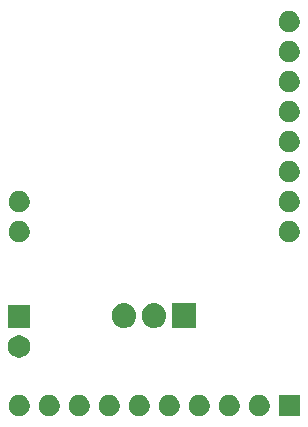
<source format=gbr>
G04 #@! TF.GenerationSoftware,KiCad,Pcbnew,5.1.5+dfsg1-2build2*
G04 #@! TF.CreationDate,2021-04-05T13:49:58+02:00*
G04 #@! TF.ProjectId,transistor_board,7472616e-7369-4737-946f-725f626f6172,rev?*
G04 #@! TF.SameCoordinates,Original*
G04 #@! TF.FileFunction,Soldermask,Top*
G04 #@! TF.FilePolarity,Negative*
%FSLAX46Y46*%
G04 Gerber Fmt 4.6, Leading zero omitted, Abs format (unit mm)*
G04 Created by KiCad (PCBNEW 5.1.5+dfsg1-2build2) date 2021-04-05 13:49:58*
%MOMM*%
%LPD*%
G04 APERTURE LIST*
%ADD10C,0.100000*%
G04 APERTURE END LIST*
D10*
G36*
X138061000Y-134886000D02*
G01*
X136259000Y-134886000D01*
X136259000Y-133084000D01*
X138061000Y-133084000D01*
X138061000Y-134886000D01*
G37*
G36*
X132193512Y-133088927D02*
G01*
X132342812Y-133118624D01*
X132506784Y-133186544D01*
X132654354Y-133285147D01*
X132779853Y-133410646D01*
X132878456Y-133558216D01*
X132946376Y-133722188D01*
X132981000Y-133896259D01*
X132981000Y-134073741D01*
X132946376Y-134247812D01*
X132878456Y-134411784D01*
X132779853Y-134559354D01*
X132654354Y-134684853D01*
X132506784Y-134783456D01*
X132342812Y-134851376D01*
X132193512Y-134881073D01*
X132168742Y-134886000D01*
X131991258Y-134886000D01*
X131966488Y-134881073D01*
X131817188Y-134851376D01*
X131653216Y-134783456D01*
X131505646Y-134684853D01*
X131380147Y-134559354D01*
X131281544Y-134411784D01*
X131213624Y-134247812D01*
X131179000Y-134073741D01*
X131179000Y-133896259D01*
X131213624Y-133722188D01*
X131281544Y-133558216D01*
X131380147Y-133410646D01*
X131505646Y-133285147D01*
X131653216Y-133186544D01*
X131817188Y-133118624D01*
X131966488Y-133088927D01*
X131991258Y-133084000D01*
X132168742Y-133084000D01*
X132193512Y-133088927D01*
G37*
G36*
X129653512Y-133088927D02*
G01*
X129802812Y-133118624D01*
X129966784Y-133186544D01*
X130114354Y-133285147D01*
X130239853Y-133410646D01*
X130338456Y-133558216D01*
X130406376Y-133722188D01*
X130441000Y-133896259D01*
X130441000Y-134073741D01*
X130406376Y-134247812D01*
X130338456Y-134411784D01*
X130239853Y-134559354D01*
X130114354Y-134684853D01*
X129966784Y-134783456D01*
X129802812Y-134851376D01*
X129653512Y-134881073D01*
X129628742Y-134886000D01*
X129451258Y-134886000D01*
X129426488Y-134881073D01*
X129277188Y-134851376D01*
X129113216Y-134783456D01*
X128965646Y-134684853D01*
X128840147Y-134559354D01*
X128741544Y-134411784D01*
X128673624Y-134247812D01*
X128639000Y-134073741D01*
X128639000Y-133896259D01*
X128673624Y-133722188D01*
X128741544Y-133558216D01*
X128840147Y-133410646D01*
X128965646Y-133285147D01*
X129113216Y-133186544D01*
X129277188Y-133118624D01*
X129426488Y-133088927D01*
X129451258Y-133084000D01*
X129628742Y-133084000D01*
X129653512Y-133088927D01*
G37*
G36*
X127113512Y-133088927D02*
G01*
X127262812Y-133118624D01*
X127426784Y-133186544D01*
X127574354Y-133285147D01*
X127699853Y-133410646D01*
X127798456Y-133558216D01*
X127866376Y-133722188D01*
X127901000Y-133896259D01*
X127901000Y-134073741D01*
X127866376Y-134247812D01*
X127798456Y-134411784D01*
X127699853Y-134559354D01*
X127574354Y-134684853D01*
X127426784Y-134783456D01*
X127262812Y-134851376D01*
X127113512Y-134881073D01*
X127088742Y-134886000D01*
X126911258Y-134886000D01*
X126886488Y-134881073D01*
X126737188Y-134851376D01*
X126573216Y-134783456D01*
X126425646Y-134684853D01*
X126300147Y-134559354D01*
X126201544Y-134411784D01*
X126133624Y-134247812D01*
X126099000Y-134073741D01*
X126099000Y-133896259D01*
X126133624Y-133722188D01*
X126201544Y-133558216D01*
X126300147Y-133410646D01*
X126425646Y-133285147D01*
X126573216Y-133186544D01*
X126737188Y-133118624D01*
X126886488Y-133088927D01*
X126911258Y-133084000D01*
X127088742Y-133084000D01*
X127113512Y-133088927D01*
G37*
G36*
X124573512Y-133088927D02*
G01*
X124722812Y-133118624D01*
X124886784Y-133186544D01*
X125034354Y-133285147D01*
X125159853Y-133410646D01*
X125258456Y-133558216D01*
X125326376Y-133722188D01*
X125361000Y-133896259D01*
X125361000Y-134073741D01*
X125326376Y-134247812D01*
X125258456Y-134411784D01*
X125159853Y-134559354D01*
X125034354Y-134684853D01*
X124886784Y-134783456D01*
X124722812Y-134851376D01*
X124573512Y-134881073D01*
X124548742Y-134886000D01*
X124371258Y-134886000D01*
X124346488Y-134881073D01*
X124197188Y-134851376D01*
X124033216Y-134783456D01*
X123885646Y-134684853D01*
X123760147Y-134559354D01*
X123661544Y-134411784D01*
X123593624Y-134247812D01*
X123559000Y-134073741D01*
X123559000Y-133896259D01*
X123593624Y-133722188D01*
X123661544Y-133558216D01*
X123760147Y-133410646D01*
X123885646Y-133285147D01*
X124033216Y-133186544D01*
X124197188Y-133118624D01*
X124346488Y-133088927D01*
X124371258Y-133084000D01*
X124548742Y-133084000D01*
X124573512Y-133088927D01*
G37*
G36*
X122033512Y-133088927D02*
G01*
X122182812Y-133118624D01*
X122346784Y-133186544D01*
X122494354Y-133285147D01*
X122619853Y-133410646D01*
X122718456Y-133558216D01*
X122786376Y-133722188D01*
X122821000Y-133896259D01*
X122821000Y-134073741D01*
X122786376Y-134247812D01*
X122718456Y-134411784D01*
X122619853Y-134559354D01*
X122494354Y-134684853D01*
X122346784Y-134783456D01*
X122182812Y-134851376D01*
X122033512Y-134881073D01*
X122008742Y-134886000D01*
X121831258Y-134886000D01*
X121806488Y-134881073D01*
X121657188Y-134851376D01*
X121493216Y-134783456D01*
X121345646Y-134684853D01*
X121220147Y-134559354D01*
X121121544Y-134411784D01*
X121053624Y-134247812D01*
X121019000Y-134073741D01*
X121019000Y-133896259D01*
X121053624Y-133722188D01*
X121121544Y-133558216D01*
X121220147Y-133410646D01*
X121345646Y-133285147D01*
X121493216Y-133186544D01*
X121657188Y-133118624D01*
X121806488Y-133088927D01*
X121831258Y-133084000D01*
X122008742Y-133084000D01*
X122033512Y-133088927D01*
G37*
G36*
X119493512Y-133088927D02*
G01*
X119642812Y-133118624D01*
X119806784Y-133186544D01*
X119954354Y-133285147D01*
X120079853Y-133410646D01*
X120178456Y-133558216D01*
X120246376Y-133722188D01*
X120281000Y-133896259D01*
X120281000Y-134073741D01*
X120246376Y-134247812D01*
X120178456Y-134411784D01*
X120079853Y-134559354D01*
X119954354Y-134684853D01*
X119806784Y-134783456D01*
X119642812Y-134851376D01*
X119493512Y-134881073D01*
X119468742Y-134886000D01*
X119291258Y-134886000D01*
X119266488Y-134881073D01*
X119117188Y-134851376D01*
X118953216Y-134783456D01*
X118805646Y-134684853D01*
X118680147Y-134559354D01*
X118581544Y-134411784D01*
X118513624Y-134247812D01*
X118479000Y-134073741D01*
X118479000Y-133896259D01*
X118513624Y-133722188D01*
X118581544Y-133558216D01*
X118680147Y-133410646D01*
X118805646Y-133285147D01*
X118953216Y-133186544D01*
X119117188Y-133118624D01*
X119266488Y-133088927D01*
X119291258Y-133084000D01*
X119468742Y-133084000D01*
X119493512Y-133088927D01*
G37*
G36*
X116953512Y-133088927D02*
G01*
X117102812Y-133118624D01*
X117266784Y-133186544D01*
X117414354Y-133285147D01*
X117539853Y-133410646D01*
X117638456Y-133558216D01*
X117706376Y-133722188D01*
X117741000Y-133896259D01*
X117741000Y-134073741D01*
X117706376Y-134247812D01*
X117638456Y-134411784D01*
X117539853Y-134559354D01*
X117414354Y-134684853D01*
X117266784Y-134783456D01*
X117102812Y-134851376D01*
X116953512Y-134881073D01*
X116928742Y-134886000D01*
X116751258Y-134886000D01*
X116726488Y-134881073D01*
X116577188Y-134851376D01*
X116413216Y-134783456D01*
X116265646Y-134684853D01*
X116140147Y-134559354D01*
X116041544Y-134411784D01*
X115973624Y-134247812D01*
X115939000Y-134073741D01*
X115939000Y-133896259D01*
X115973624Y-133722188D01*
X116041544Y-133558216D01*
X116140147Y-133410646D01*
X116265646Y-133285147D01*
X116413216Y-133186544D01*
X116577188Y-133118624D01*
X116726488Y-133088927D01*
X116751258Y-133084000D01*
X116928742Y-133084000D01*
X116953512Y-133088927D01*
G37*
G36*
X114413512Y-133088927D02*
G01*
X114562812Y-133118624D01*
X114726784Y-133186544D01*
X114874354Y-133285147D01*
X114999853Y-133410646D01*
X115098456Y-133558216D01*
X115166376Y-133722188D01*
X115201000Y-133896259D01*
X115201000Y-134073741D01*
X115166376Y-134247812D01*
X115098456Y-134411784D01*
X114999853Y-134559354D01*
X114874354Y-134684853D01*
X114726784Y-134783456D01*
X114562812Y-134851376D01*
X114413512Y-134881073D01*
X114388742Y-134886000D01*
X114211258Y-134886000D01*
X114186488Y-134881073D01*
X114037188Y-134851376D01*
X113873216Y-134783456D01*
X113725646Y-134684853D01*
X113600147Y-134559354D01*
X113501544Y-134411784D01*
X113433624Y-134247812D01*
X113399000Y-134073741D01*
X113399000Y-133896259D01*
X113433624Y-133722188D01*
X113501544Y-133558216D01*
X113600147Y-133410646D01*
X113725646Y-133285147D01*
X113873216Y-133186544D01*
X114037188Y-133118624D01*
X114186488Y-133088927D01*
X114211258Y-133084000D01*
X114388742Y-133084000D01*
X114413512Y-133088927D01*
G37*
G36*
X134733512Y-133088927D02*
G01*
X134882812Y-133118624D01*
X135046784Y-133186544D01*
X135194354Y-133285147D01*
X135319853Y-133410646D01*
X135418456Y-133558216D01*
X135486376Y-133722188D01*
X135521000Y-133896259D01*
X135521000Y-134073741D01*
X135486376Y-134247812D01*
X135418456Y-134411784D01*
X135319853Y-134559354D01*
X135194354Y-134684853D01*
X135046784Y-134783456D01*
X134882812Y-134851376D01*
X134733512Y-134881073D01*
X134708742Y-134886000D01*
X134531258Y-134886000D01*
X134506488Y-134881073D01*
X134357188Y-134851376D01*
X134193216Y-134783456D01*
X134045646Y-134684853D01*
X133920147Y-134559354D01*
X133821544Y-134411784D01*
X133753624Y-134247812D01*
X133719000Y-134073741D01*
X133719000Y-133896259D01*
X133753624Y-133722188D01*
X133821544Y-133558216D01*
X133920147Y-133410646D01*
X134045646Y-133285147D01*
X134193216Y-133186544D01*
X134357188Y-133118624D01*
X134506488Y-133088927D01*
X134531258Y-133084000D01*
X134708742Y-133084000D01*
X134733512Y-133088927D01*
G37*
G36*
X114577395Y-128065546D02*
G01*
X114750466Y-128137234D01*
X114750467Y-128137235D01*
X114906227Y-128241310D01*
X115038690Y-128373773D01*
X115038691Y-128373775D01*
X115142766Y-128529534D01*
X115214454Y-128702605D01*
X115251000Y-128886333D01*
X115251000Y-129073667D01*
X115214454Y-129257395D01*
X115142766Y-129430466D01*
X115142765Y-129430467D01*
X115038690Y-129586227D01*
X114906227Y-129718690D01*
X114827818Y-129771081D01*
X114750466Y-129822766D01*
X114577395Y-129894454D01*
X114393667Y-129931000D01*
X114206333Y-129931000D01*
X114022605Y-129894454D01*
X113849534Y-129822766D01*
X113772182Y-129771081D01*
X113693773Y-129718690D01*
X113561310Y-129586227D01*
X113457235Y-129430467D01*
X113457234Y-129430466D01*
X113385546Y-129257395D01*
X113349000Y-129073667D01*
X113349000Y-128886333D01*
X113385546Y-128702605D01*
X113457234Y-128529534D01*
X113561309Y-128373775D01*
X113561310Y-128373773D01*
X113693773Y-128241310D01*
X113849533Y-128137235D01*
X113849534Y-128137234D01*
X114022605Y-128065546D01*
X114206333Y-128029000D01*
X114393667Y-128029000D01*
X114577395Y-128065546D01*
G37*
G36*
X123366720Y-125328520D02*
G01*
X123555881Y-125385901D01*
X123730212Y-125479083D01*
X123883015Y-125604485D01*
X124008417Y-125757288D01*
X124052182Y-125839167D01*
X124101598Y-125931617D01*
X124101599Y-125931620D01*
X124158980Y-126120781D01*
X124173500Y-126268207D01*
X124173500Y-126461794D01*
X124158980Y-126609220D01*
X124101599Y-126798381D01*
X124008417Y-126972712D01*
X123883015Y-127125515D01*
X123730212Y-127250917D01*
X123648333Y-127294682D01*
X123555883Y-127344098D01*
X123555880Y-127344099D01*
X123366719Y-127401480D01*
X123170000Y-127420855D01*
X122973280Y-127401480D01*
X122784119Y-127344099D01*
X122609788Y-127250917D01*
X122456985Y-127125515D01*
X122331583Y-126972712D01*
X122287818Y-126890833D01*
X122238402Y-126798383D01*
X122238401Y-126798380D01*
X122181020Y-126609219D01*
X122166500Y-126461793D01*
X122166500Y-126268206D01*
X122181020Y-126120780D01*
X122238401Y-125931619D01*
X122331583Y-125757288D01*
X122456985Y-125604485D01*
X122609788Y-125479083D01*
X122784120Y-125385901D01*
X122973281Y-125328520D01*
X123170000Y-125309145D01*
X123366720Y-125328520D01*
G37*
G36*
X125906720Y-125328520D02*
G01*
X126095881Y-125385901D01*
X126270212Y-125479083D01*
X126423015Y-125604485D01*
X126548417Y-125757288D01*
X126592182Y-125839167D01*
X126641598Y-125931617D01*
X126641599Y-125931620D01*
X126698980Y-126120781D01*
X126713500Y-126268207D01*
X126713500Y-126461794D01*
X126698980Y-126609220D01*
X126641599Y-126798381D01*
X126548417Y-126972712D01*
X126423015Y-127125515D01*
X126270212Y-127250917D01*
X126188333Y-127294682D01*
X126095883Y-127344098D01*
X126095880Y-127344099D01*
X125906719Y-127401480D01*
X125710000Y-127420855D01*
X125513280Y-127401480D01*
X125324119Y-127344099D01*
X125149788Y-127250917D01*
X124996985Y-127125515D01*
X124871583Y-126972712D01*
X124827818Y-126890833D01*
X124778402Y-126798383D01*
X124778401Y-126798380D01*
X124721020Y-126609219D01*
X124706500Y-126461793D01*
X124706500Y-126268206D01*
X124721020Y-126120780D01*
X124778401Y-125931619D01*
X124871583Y-125757288D01*
X124996985Y-125604485D01*
X125149788Y-125479083D01*
X125324120Y-125385901D01*
X125513281Y-125328520D01*
X125710000Y-125309145D01*
X125906720Y-125328520D01*
G37*
G36*
X129253500Y-127416000D02*
G01*
X127246500Y-127416000D01*
X127246500Y-125314000D01*
X129253500Y-125314000D01*
X129253500Y-127416000D01*
G37*
G36*
X115251000Y-127391000D02*
G01*
X113349000Y-127391000D01*
X113349000Y-125489000D01*
X115251000Y-125489000D01*
X115251000Y-127391000D01*
G37*
G36*
X114413512Y-118356927D02*
G01*
X114562812Y-118386624D01*
X114726784Y-118454544D01*
X114874354Y-118553147D01*
X114999853Y-118678646D01*
X115098456Y-118826216D01*
X115166376Y-118990188D01*
X115201000Y-119164259D01*
X115201000Y-119341741D01*
X115166376Y-119515812D01*
X115098456Y-119679784D01*
X114999853Y-119827354D01*
X114874354Y-119952853D01*
X114726784Y-120051456D01*
X114562812Y-120119376D01*
X114413512Y-120149073D01*
X114388742Y-120154000D01*
X114211258Y-120154000D01*
X114186488Y-120149073D01*
X114037188Y-120119376D01*
X113873216Y-120051456D01*
X113725646Y-119952853D01*
X113600147Y-119827354D01*
X113501544Y-119679784D01*
X113433624Y-119515812D01*
X113399000Y-119341741D01*
X113399000Y-119164259D01*
X113433624Y-118990188D01*
X113501544Y-118826216D01*
X113600147Y-118678646D01*
X113725646Y-118553147D01*
X113873216Y-118454544D01*
X114037188Y-118386624D01*
X114186488Y-118356927D01*
X114211258Y-118352000D01*
X114388742Y-118352000D01*
X114413512Y-118356927D01*
G37*
G36*
X137273512Y-118356927D02*
G01*
X137422812Y-118386624D01*
X137586784Y-118454544D01*
X137734354Y-118553147D01*
X137859853Y-118678646D01*
X137958456Y-118826216D01*
X138026376Y-118990188D01*
X138061000Y-119164259D01*
X138061000Y-119341741D01*
X138026376Y-119515812D01*
X137958456Y-119679784D01*
X137859853Y-119827354D01*
X137734354Y-119952853D01*
X137586784Y-120051456D01*
X137422812Y-120119376D01*
X137273512Y-120149073D01*
X137248742Y-120154000D01*
X137071258Y-120154000D01*
X137046488Y-120149073D01*
X136897188Y-120119376D01*
X136733216Y-120051456D01*
X136585646Y-119952853D01*
X136460147Y-119827354D01*
X136361544Y-119679784D01*
X136293624Y-119515812D01*
X136259000Y-119341741D01*
X136259000Y-119164259D01*
X136293624Y-118990188D01*
X136361544Y-118826216D01*
X136460147Y-118678646D01*
X136585646Y-118553147D01*
X136733216Y-118454544D01*
X136897188Y-118386624D01*
X137046488Y-118356927D01*
X137071258Y-118352000D01*
X137248742Y-118352000D01*
X137273512Y-118356927D01*
G37*
G36*
X137273512Y-115816927D02*
G01*
X137422812Y-115846624D01*
X137586784Y-115914544D01*
X137734354Y-116013147D01*
X137859853Y-116138646D01*
X137958456Y-116286216D01*
X138026376Y-116450188D01*
X138061000Y-116624259D01*
X138061000Y-116801741D01*
X138026376Y-116975812D01*
X137958456Y-117139784D01*
X137859853Y-117287354D01*
X137734354Y-117412853D01*
X137586784Y-117511456D01*
X137422812Y-117579376D01*
X137273512Y-117609073D01*
X137248742Y-117614000D01*
X137071258Y-117614000D01*
X137046488Y-117609073D01*
X136897188Y-117579376D01*
X136733216Y-117511456D01*
X136585646Y-117412853D01*
X136460147Y-117287354D01*
X136361544Y-117139784D01*
X136293624Y-116975812D01*
X136259000Y-116801741D01*
X136259000Y-116624259D01*
X136293624Y-116450188D01*
X136361544Y-116286216D01*
X136460147Y-116138646D01*
X136585646Y-116013147D01*
X136733216Y-115914544D01*
X136897188Y-115846624D01*
X137046488Y-115816927D01*
X137071258Y-115812000D01*
X137248742Y-115812000D01*
X137273512Y-115816927D01*
G37*
G36*
X114413512Y-115816927D02*
G01*
X114562812Y-115846624D01*
X114726784Y-115914544D01*
X114874354Y-116013147D01*
X114999853Y-116138646D01*
X115098456Y-116286216D01*
X115166376Y-116450188D01*
X115201000Y-116624259D01*
X115201000Y-116801741D01*
X115166376Y-116975812D01*
X115098456Y-117139784D01*
X114999853Y-117287354D01*
X114874354Y-117412853D01*
X114726784Y-117511456D01*
X114562812Y-117579376D01*
X114413512Y-117609073D01*
X114388742Y-117614000D01*
X114211258Y-117614000D01*
X114186488Y-117609073D01*
X114037188Y-117579376D01*
X113873216Y-117511456D01*
X113725646Y-117412853D01*
X113600147Y-117287354D01*
X113501544Y-117139784D01*
X113433624Y-116975812D01*
X113399000Y-116801741D01*
X113399000Y-116624259D01*
X113433624Y-116450188D01*
X113501544Y-116286216D01*
X113600147Y-116138646D01*
X113725646Y-116013147D01*
X113873216Y-115914544D01*
X114037188Y-115846624D01*
X114186488Y-115816927D01*
X114211258Y-115812000D01*
X114388742Y-115812000D01*
X114413512Y-115816927D01*
G37*
G36*
X137273512Y-113276927D02*
G01*
X137422812Y-113306624D01*
X137586784Y-113374544D01*
X137734354Y-113473147D01*
X137859853Y-113598646D01*
X137958456Y-113746216D01*
X138026376Y-113910188D01*
X138061000Y-114084259D01*
X138061000Y-114261741D01*
X138026376Y-114435812D01*
X137958456Y-114599784D01*
X137859853Y-114747354D01*
X137734354Y-114872853D01*
X137586784Y-114971456D01*
X137422812Y-115039376D01*
X137273512Y-115069073D01*
X137248742Y-115074000D01*
X137071258Y-115074000D01*
X137046488Y-115069073D01*
X136897188Y-115039376D01*
X136733216Y-114971456D01*
X136585646Y-114872853D01*
X136460147Y-114747354D01*
X136361544Y-114599784D01*
X136293624Y-114435812D01*
X136259000Y-114261741D01*
X136259000Y-114084259D01*
X136293624Y-113910188D01*
X136361544Y-113746216D01*
X136460147Y-113598646D01*
X136585646Y-113473147D01*
X136733216Y-113374544D01*
X136897188Y-113306624D01*
X137046488Y-113276927D01*
X137071258Y-113272000D01*
X137248742Y-113272000D01*
X137273512Y-113276927D01*
G37*
G36*
X137273512Y-110736927D02*
G01*
X137422812Y-110766624D01*
X137586784Y-110834544D01*
X137734354Y-110933147D01*
X137859853Y-111058646D01*
X137958456Y-111206216D01*
X138026376Y-111370188D01*
X138061000Y-111544259D01*
X138061000Y-111721741D01*
X138026376Y-111895812D01*
X137958456Y-112059784D01*
X137859853Y-112207354D01*
X137734354Y-112332853D01*
X137586784Y-112431456D01*
X137422812Y-112499376D01*
X137273512Y-112529073D01*
X137248742Y-112534000D01*
X137071258Y-112534000D01*
X137046488Y-112529073D01*
X136897188Y-112499376D01*
X136733216Y-112431456D01*
X136585646Y-112332853D01*
X136460147Y-112207354D01*
X136361544Y-112059784D01*
X136293624Y-111895812D01*
X136259000Y-111721741D01*
X136259000Y-111544259D01*
X136293624Y-111370188D01*
X136361544Y-111206216D01*
X136460147Y-111058646D01*
X136585646Y-110933147D01*
X136733216Y-110834544D01*
X136897188Y-110766624D01*
X137046488Y-110736927D01*
X137071258Y-110732000D01*
X137248742Y-110732000D01*
X137273512Y-110736927D01*
G37*
G36*
X137273512Y-108196927D02*
G01*
X137422812Y-108226624D01*
X137586784Y-108294544D01*
X137734354Y-108393147D01*
X137859853Y-108518646D01*
X137958456Y-108666216D01*
X138026376Y-108830188D01*
X138061000Y-109004259D01*
X138061000Y-109181741D01*
X138026376Y-109355812D01*
X137958456Y-109519784D01*
X137859853Y-109667354D01*
X137734354Y-109792853D01*
X137586784Y-109891456D01*
X137422812Y-109959376D01*
X137273512Y-109989073D01*
X137248742Y-109994000D01*
X137071258Y-109994000D01*
X137046488Y-109989073D01*
X136897188Y-109959376D01*
X136733216Y-109891456D01*
X136585646Y-109792853D01*
X136460147Y-109667354D01*
X136361544Y-109519784D01*
X136293624Y-109355812D01*
X136259000Y-109181741D01*
X136259000Y-109004259D01*
X136293624Y-108830188D01*
X136361544Y-108666216D01*
X136460147Y-108518646D01*
X136585646Y-108393147D01*
X136733216Y-108294544D01*
X136897188Y-108226624D01*
X137046488Y-108196927D01*
X137071258Y-108192000D01*
X137248742Y-108192000D01*
X137273512Y-108196927D01*
G37*
G36*
X137273512Y-105656927D02*
G01*
X137422812Y-105686624D01*
X137586784Y-105754544D01*
X137734354Y-105853147D01*
X137859853Y-105978646D01*
X137958456Y-106126216D01*
X138026376Y-106290188D01*
X138061000Y-106464259D01*
X138061000Y-106641741D01*
X138026376Y-106815812D01*
X137958456Y-106979784D01*
X137859853Y-107127354D01*
X137734354Y-107252853D01*
X137586784Y-107351456D01*
X137422812Y-107419376D01*
X137273512Y-107449073D01*
X137248742Y-107454000D01*
X137071258Y-107454000D01*
X137046488Y-107449073D01*
X136897188Y-107419376D01*
X136733216Y-107351456D01*
X136585646Y-107252853D01*
X136460147Y-107127354D01*
X136361544Y-106979784D01*
X136293624Y-106815812D01*
X136259000Y-106641741D01*
X136259000Y-106464259D01*
X136293624Y-106290188D01*
X136361544Y-106126216D01*
X136460147Y-105978646D01*
X136585646Y-105853147D01*
X136733216Y-105754544D01*
X136897188Y-105686624D01*
X137046488Y-105656927D01*
X137071258Y-105652000D01*
X137248742Y-105652000D01*
X137273512Y-105656927D01*
G37*
G36*
X137273512Y-103116927D02*
G01*
X137422812Y-103146624D01*
X137586784Y-103214544D01*
X137734354Y-103313147D01*
X137859853Y-103438646D01*
X137958456Y-103586216D01*
X138026376Y-103750188D01*
X138061000Y-103924259D01*
X138061000Y-104101741D01*
X138026376Y-104275812D01*
X137958456Y-104439784D01*
X137859853Y-104587354D01*
X137734354Y-104712853D01*
X137586784Y-104811456D01*
X137422812Y-104879376D01*
X137273512Y-104909073D01*
X137248742Y-104914000D01*
X137071258Y-104914000D01*
X137046488Y-104909073D01*
X136897188Y-104879376D01*
X136733216Y-104811456D01*
X136585646Y-104712853D01*
X136460147Y-104587354D01*
X136361544Y-104439784D01*
X136293624Y-104275812D01*
X136259000Y-104101741D01*
X136259000Y-103924259D01*
X136293624Y-103750188D01*
X136361544Y-103586216D01*
X136460147Y-103438646D01*
X136585646Y-103313147D01*
X136733216Y-103214544D01*
X136897188Y-103146624D01*
X137046488Y-103116927D01*
X137071258Y-103112000D01*
X137248742Y-103112000D01*
X137273512Y-103116927D01*
G37*
G36*
X137273512Y-100576927D02*
G01*
X137422812Y-100606624D01*
X137586784Y-100674544D01*
X137734354Y-100773147D01*
X137859853Y-100898646D01*
X137958456Y-101046216D01*
X138026376Y-101210188D01*
X138061000Y-101384259D01*
X138061000Y-101561741D01*
X138026376Y-101735812D01*
X137958456Y-101899784D01*
X137859853Y-102047354D01*
X137734354Y-102172853D01*
X137586784Y-102271456D01*
X137422812Y-102339376D01*
X137273512Y-102369073D01*
X137248742Y-102374000D01*
X137071258Y-102374000D01*
X137046488Y-102369073D01*
X136897188Y-102339376D01*
X136733216Y-102271456D01*
X136585646Y-102172853D01*
X136460147Y-102047354D01*
X136361544Y-101899784D01*
X136293624Y-101735812D01*
X136259000Y-101561741D01*
X136259000Y-101384259D01*
X136293624Y-101210188D01*
X136361544Y-101046216D01*
X136460147Y-100898646D01*
X136585646Y-100773147D01*
X136733216Y-100674544D01*
X136897188Y-100606624D01*
X137046488Y-100576927D01*
X137071258Y-100572000D01*
X137248742Y-100572000D01*
X137273512Y-100576927D01*
G37*
M02*

</source>
